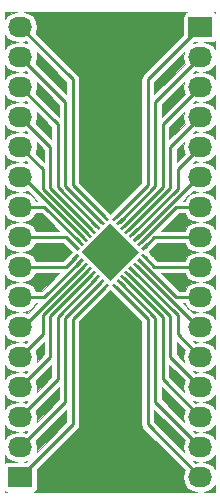
<source format=gbr>
G04 #@! TF.FileFunction,Copper,L2,Bot,Signal*
%FSLAX46Y46*%
G04 Gerber Fmt 4.6, Leading zero omitted, Abs format (unit mm)*
G04 Created by KiCad (PCBNEW 4.0.3-stable) date 08/24/16 12:32:38*
%MOMM*%
%LPD*%
G01*
G04 APERTURE LIST*
%ADD10C,0.100000*%
%ADD11R,2.032000X1.727200*%
%ADD12O,2.032000X1.727200*%
%ADD13C,0.250000*%
%ADD14C,0.026000*%
G04 APERTURE END LIST*
D10*
G36*
X144161282Y-106140369D02*
X143984505Y-105963592D01*
X144479480Y-105468617D01*
X144656257Y-105645394D01*
X144161282Y-106140369D01*
X144161282Y-106140369D01*
G37*
G36*
X143807728Y-105786816D02*
X143630951Y-105610039D01*
X144125926Y-105115064D01*
X144302703Y-105291841D01*
X143807728Y-105786816D01*
X143807728Y-105786816D01*
G37*
G36*
X143454175Y-105433262D02*
X143277398Y-105256485D01*
X143772373Y-104761510D01*
X143949150Y-104938287D01*
X143454175Y-105433262D01*
X143454175Y-105433262D01*
G37*
G36*
X143100621Y-105079709D02*
X142923844Y-104902932D01*
X143418819Y-104407957D01*
X143595596Y-104584734D01*
X143100621Y-105079709D01*
X143100621Y-105079709D01*
G37*
G36*
X142747068Y-104726156D02*
X142570291Y-104549379D01*
X143065266Y-104054404D01*
X143242043Y-104231181D01*
X142747068Y-104726156D01*
X142747068Y-104726156D01*
G37*
G36*
X142393515Y-104372602D02*
X142216738Y-104195825D01*
X142711713Y-103700850D01*
X142888490Y-103877627D01*
X142393515Y-104372602D01*
X142393515Y-104372602D01*
G37*
G36*
X142039961Y-104019049D02*
X141863184Y-103842272D01*
X142358159Y-103347297D01*
X142534936Y-103524074D01*
X142039961Y-104019049D01*
X142039961Y-104019049D01*
G37*
G36*
X141686408Y-103665495D02*
X141509631Y-103488718D01*
X142004606Y-102993743D01*
X142181383Y-103170520D01*
X141686408Y-103665495D01*
X141686408Y-103665495D01*
G37*
G36*
X141509631Y-102251282D02*
X141686408Y-102074505D01*
X142181383Y-102569480D01*
X142004606Y-102746257D01*
X141509631Y-102251282D01*
X141509631Y-102251282D01*
G37*
G36*
X141863184Y-101897728D02*
X142039961Y-101720951D01*
X142534936Y-102215926D01*
X142358159Y-102392703D01*
X141863184Y-101897728D01*
X141863184Y-101897728D01*
G37*
G36*
X142216738Y-101544175D02*
X142393515Y-101367398D01*
X142888490Y-101862373D01*
X142711713Y-102039150D01*
X142216738Y-101544175D01*
X142216738Y-101544175D01*
G37*
G36*
X142570291Y-101190621D02*
X142747068Y-101013844D01*
X143242043Y-101508819D01*
X143065266Y-101685596D01*
X142570291Y-101190621D01*
X142570291Y-101190621D01*
G37*
G36*
X142923844Y-100837068D02*
X143100621Y-100660291D01*
X143595596Y-101155266D01*
X143418819Y-101332043D01*
X142923844Y-100837068D01*
X142923844Y-100837068D01*
G37*
G36*
X143277398Y-100483515D02*
X143454175Y-100306738D01*
X143949150Y-100801713D01*
X143772373Y-100978490D01*
X143277398Y-100483515D01*
X143277398Y-100483515D01*
G37*
G36*
X143630951Y-100129961D02*
X143807728Y-99953184D01*
X144302703Y-100448159D01*
X144125926Y-100624936D01*
X143630951Y-100129961D01*
X143630951Y-100129961D01*
G37*
G36*
X143984505Y-99776408D02*
X144161282Y-99599631D01*
X144656257Y-100094606D01*
X144479480Y-100271383D01*
X143984505Y-99776408D01*
X143984505Y-99776408D01*
G37*
G36*
X145080520Y-100271383D02*
X144903743Y-100094606D01*
X145398718Y-99599631D01*
X145575495Y-99776408D01*
X145080520Y-100271383D01*
X145080520Y-100271383D01*
G37*
G36*
X145434074Y-100624936D02*
X145257297Y-100448159D01*
X145752272Y-99953184D01*
X145929049Y-100129961D01*
X145434074Y-100624936D01*
X145434074Y-100624936D01*
G37*
G36*
X145787627Y-100978490D02*
X145610850Y-100801713D01*
X146105825Y-100306738D01*
X146282602Y-100483515D01*
X145787627Y-100978490D01*
X145787627Y-100978490D01*
G37*
G36*
X146141181Y-101332043D02*
X145964404Y-101155266D01*
X146459379Y-100660291D01*
X146636156Y-100837068D01*
X146141181Y-101332043D01*
X146141181Y-101332043D01*
G37*
G36*
X146494734Y-101685596D02*
X146317957Y-101508819D01*
X146812932Y-101013844D01*
X146989709Y-101190621D01*
X146494734Y-101685596D01*
X146494734Y-101685596D01*
G37*
G36*
X146848287Y-102039150D02*
X146671510Y-101862373D01*
X147166485Y-101367398D01*
X147343262Y-101544175D01*
X146848287Y-102039150D01*
X146848287Y-102039150D01*
G37*
G36*
X147201841Y-102392703D02*
X147025064Y-102215926D01*
X147520039Y-101720951D01*
X147696816Y-101897728D01*
X147201841Y-102392703D01*
X147201841Y-102392703D01*
G37*
G36*
X147555394Y-102746257D02*
X147378617Y-102569480D01*
X147873592Y-102074505D01*
X148050369Y-102251282D01*
X147555394Y-102746257D01*
X147555394Y-102746257D01*
G37*
G36*
X147378617Y-103170520D02*
X147555394Y-102993743D01*
X148050369Y-103488718D01*
X147873592Y-103665495D01*
X147378617Y-103170520D01*
X147378617Y-103170520D01*
G37*
G36*
X147025064Y-103524074D02*
X147201841Y-103347297D01*
X147696816Y-103842272D01*
X147520039Y-104019049D01*
X147025064Y-103524074D01*
X147025064Y-103524074D01*
G37*
G36*
X146671510Y-103877627D02*
X146848287Y-103700850D01*
X147343262Y-104195825D01*
X147166485Y-104372602D01*
X146671510Y-103877627D01*
X146671510Y-103877627D01*
G37*
G36*
X146317957Y-104231181D02*
X146494734Y-104054404D01*
X146989709Y-104549379D01*
X146812932Y-104726156D01*
X146317957Y-104231181D01*
X146317957Y-104231181D01*
G37*
G36*
X145964404Y-104584734D02*
X146141181Y-104407957D01*
X146636156Y-104902932D01*
X146459379Y-105079709D01*
X145964404Y-104584734D01*
X145964404Y-104584734D01*
G37*
G36*
X145610850Y-104938287D02*
X145787627Y-104761510D01*
X146282602Y-105256485D01*
X146105825Y-105433262D01*
X145610850Y-104938287D01*
X145610850Y-104938287D01*
G37*
G36*
X145257297Y-105291841D02*
X145434074Y-105115064D01*
X145929049Y-105610039D01*
X145752272Y-105786816D01*
X145257297Y-105291841D01*
X145257297Y-105291841D01*
G37*
G36*
X144903743Y-105645394D02*
X145080520Y-105468617D01*
X145575495Y-105963592D01*
X145398718Y-106140369D01*
X144903743Y-105645394D01*
X144903743Y-105645394D01*
G37*
G36*
X144780000Y-102870000D02*
X143560241Y-101650241D01*
X144780000Y-100430482D01*
X145999759Y-101650241D01*
X144780000Y-102870000D01*
X144780000Y-102870000D01*
G37*
G36*
X145999759Y-104089759D02*
X144780000Y-102870000D01*
X145999759Y-101650241D01*
X147219518Y-102870000D01*
X145999759Y-104089759D01*
X145999759Y-104089759D01*
G37*
G36*
X143560241Y-104089759D02*
X142340482Y-102870000D01*
X143560241Y-101650241D01*
X144780000Y-102870000D01*
X143560241Y-104089759D01*
X143560241Y-104089759D01*
G37*
G36*
X144780000Y-105309518D02*
X143560241Y-104089759D01*
X144780000Y-102870000D01*
X145999759Y-104089759D01*
X144780000Y-105309518D01*
X144780000Y-105309518D01*
G37*
D11*
X152400000Y-83820000D03*
D12*
X152400000Y-86360000D03*
X152400000Y-88900000D03*
X152400000Y-91440000D03*
X152400000Y-93980000D03*
X152400000Y-96520000D03*
X152400000Y-99060000D03*
X152400000Y-101600000D03*
X152400000Y-104140000D03*
X152400000Y-106680000D03*
X152400000Y-109220000D03*
X152400000Y-111760000D03*
X152400000Y-114300000D03*
X152400000Y-116840000D03*
X152400000Y-119380000D03*
X152400000Y-121920000D03*
D11*
X137160000Y-121920000D03*
D12*
X137160000Y-119380000D03*
X137160000Y-116840000D03*
X137160000Y-114300000D03*
X137160000Y-111760000D03*
X137160000Y-109220000D03*
X137160000Y-106680000D03*
X137160000Y-104140000D03*
X137160000Y-101600000D03*
X137160000Y-99060000D03*
X137160000Y-96520000D03*
X137160000Y-93980000D03*
X137160000Y-91440000D03*
X137160000Y-88900000D03*
X137160000Y-86360000D03*
X137160000Y-83820000D03*
D13*
X144320381Y-105804493D02*
X141605000Y-108519874D01*
X141605000Y-117475000D02*
X137160000Y-121920000D01*
X141605000Y-108519874D02*
X141605000Y-117475000D01*
X143966827Y-105450940D02*
X140970000Y-108447767D01*
X140970000Y-115570000D02*
X137160000Y-119380000D01*
X140970000Y-108447767D02*
X140970000Y-115570000D01*
X143613274Y-105097386D02*
X140335000Y-108375660D01*
X140335000Y-113665000D02*
X137160000Y-116840000D01*
X140335000Y-108375660D02*
X140335000Y-113665000D01*
X143259720Y-104743833D02*
X139700000Y-108303553D01*
X139700000Y-111760000D02*
X137160000Y-114300000D01*
X139700000Y-108303553D02*
X139700000Y-111760000D01*
X142906167Y-104390280D02*
X139065000Y-108231447D01*
X139065000Y-109855000D02*
X137160000Y-111760000D01*
X139065000Y-108231447D02*
X139065000Y-109855000D01*
X142552614Y-104036726D02*
X137369340Y-109220000D01*
X137369340Y-109220000D02*
X137160000Y-109220000D01*
X142199060Y-103683173D02*
X139202233Y-106680000D01*
X139202233Y-106680000D02*
X137160000Y-106680000D01*
X137932233Y-106680000D02*
X137160000Y-106680000D01*
X141845507Y-103329619D02*
X141035126Y-104140000D01*
X141035126Y-104140000D02*
X137160000Y-104140000D01*
X141845507Y-102410381D02*
X141035126Y-101600000D01*
X141035126Y-101600000D02*
X137160000Y-101600000D01*
X142199060Y-102056827D02*
X139202233Y-99060000D01*
X139202233Y-99060000D02*
X137160000Y-99060000D01*
X137932233Y-99060000D02*
X137160000Y-99060000D01*
X142552614Y-101703274D02*
X137369340Y-96520000D01*
X137369340Y-96520000D02*
X137160000Y-96520000D01*
X142906167Y-101349720D02*
X139065000Y-97508553D01*
X139065000Y-95885000D02*
X137160000Y-93980000D01*
X139065000Y-97508553D02*
X139065000Y-95885000D01*
X143259720Y-100996167D02*
X139700000Y-97436447D01*
X139700000Y-93980000D02*
X137160000Y-91440000D01*
X139700000Y-97436447D02*
X139700000Y-93980000D01*
X143613274Y-100642614D02*
X140335000Y-97364340D01*
X140335000Y-92075000D02*
X137160000Y-88900000D01*
X140335000Y-97364340D02*
X140335000Y-92075000D01*
X143966827Y-100289060D02*
X140970000Y-97292233D01*
X140970000Y-90170000D02*
X137160000Y-86360000D01*
X140970000Y-97292233D02*
X140970000Y-90170000D01*
X137160000Y-83820000D02*
X141605000Y-88265000D01*
X141605000Y-97220126D02*
X144320381Y-99935507D01*
X141605000Y-88265000D02*
X141605000Y-97220126D01*
X145239619Y-99935507D02*
X147955000Y-97220126D01*
X147955000Y-88265000D02*
X152400000Y-83820000D01*
X147955000Y-97220126D02*
X147955000Y-88265000D01*
X145593173Y-100289060D02*
X148590000Y-97292233D01*
X148590000Y-90170000D02*
X152400000Y-86360000D01*
X148590000Y-97292233D02*
X148590000Y-90170000D01*
X145946726Y-100642614D02*
X149225000Y-97364340D01*
X149225000Y-92075000D02*
X152400000Y-88900000D01*
X149225000Y-97364340D02*
X149225000Y-92075000D01*
X146300280Y-100996167D02*
X149860000Y-97436447D01*
X149860000Y-93980000D02*
X152400000Y-91440000D01*
X149860000Y-97436447D02*
X149860000Y-93980000D01*
X146653833Y-101349720D02*
X150495000Y-97508553D01*
X150495000Y-95885000D02*
X152400000Y-93980000D01*
X150495000Y-97508553D02*
X150495000Y-95885000D01*
X147007386Y-101703274D02*
X152190660Y-96520000D01*
X152190660Y-96520000D02*
X152400000Y-96520000D01*
X147360940Y-102056827D02*
X150357767Y-99060000D01*
X150357767Y-99060000D02*
X152400000Y-99060000D01*
X147714493Y-102410381D02*
X148524874Y-101600000D01*
X148524874Y-101600000D02*
X152400000Y-101600000D01*
X147714493Y-103329619D02*
X148524874Y-104140000D01*
X148524874Y-104140000D02*
X152400000Y-104140000D01*
X147360940Y-103683173D02*
X150357767Y-106680000D01*
X150357767Y-106680000D02*
X152400000Y-106680000D01*
X147007386Y-104036726D02*
X152190660Y-109220000D01*
X152190660Y-109220000D02*
X152400000Y-109220000D01*
X146653833Y-104390280D02*
X150495000Y-108231447D01*
X150495000Y-109855000D02*
X152400000Y-111760000D01*
X150495000Y-108231447D02*
X150495000Y-109855000D01*
X146300280Y-104743833D02*
X149860000Y-108303553D01*
X149860000Y-111760000D02*
X152400000Y-114300000D01*
X149860000Y-108303553D02*
X149860000Y-111760000D01*
X145946726Y-105097386D02*
X149225000Y-108375660D01*
X149225000Y-113665000D02*
X152400000Y-116840000D01*
X149225000Y-108375660D02*
X149225000Y-113665000D01*
X145593173Y-105450940D02*
X148590000Y-108447767D01*
X148590000Y-115570000D02*
X152400000Y-119380000D01*
X148590000Y-108447767D02*
X148590000Y-115570000D01*
X145239619Y-105804493D02*
X147955000Y-108519874D01*
X147955000Y-117475000D02*
X152400000Y-121920000D01*
X147955000Y-108519874D02*
X147955000Y-117475000D01*
D14*
G36*
X145100962Y-106438125D02*
X145137091Y-106462811D01*
X147417000Y-108742721D01*
X147417000Y-117475000D01*
X147457953Y-117680884D01*
X147499253Y-117742693D01*
X147574577Y-117855423D01*
X151084415Y-121365262D01*
X151040179Y-121431466D01*
X150943004Y-121920000D01*
X151040179Y-122408534D01*
X151316911Y-122822693D01*
X151731070Y-123099425D01*
X152121068Y-123177000D01*
X138323166Y-123177000D01*
X138329049Y-123175893D01*
X138469614Y-123085441D01*
X138563915Y-122947428D01*
X138597091Y-122783600D01*
X138597091Y-121243755D01*
X141985423Y-117855424D01*
X142102047Y-117680884D01*
X142102047Y-117680883D01*
X142143000Y-117475000D01*
X142143000Y-108742720D01*
X144425066Y-106460655D01*
X144459038Y-106438125D01*
X144780000Y-106117163D01*
X145100962Y-106438125D01*
X145100962Y-106438125D01*
G37*
X145100962Y-106438125D02*
X145137091Y-106462811D01*
X147417000Y-108742721D01*
X147417000Y-117475000D01*
X147457953Y-117680884D01*
X147499253Y-117742693D01*
X147574577Y-117855423D01*
X151084415Y-121365262D01*
X151040179Y-121431466D01*
X150943004Y-121920000D01*
X151040179Y-122408534D01*
X151316911Y-122822693D01*
X151731070Y-123099425D01*
X152121068Y-123177000D01*
X138323166Y-123177000D01*
X138329049Y-123175893D01*
X138469614Y-123085441D01*
X138563915Y-122947428D01*
X138597091Y-122783600D01*
X138597091Y-121243755D01*
X141985423Y-117855424D01*
X142102047Y-117680884D01*
X142102047Y-117680883D01*
X142143000Y-117475000D01*
X142143000Y-108742720D01*
X144425066Y-106460655D01*
X144459038Y-106438125D01*
X144780000Y-106117163D01*
X145100962Y-106438125D01*
G36*
X135980172Y-123171515D02*
X136007258Y-123177000D01*
X135903000Y-123177000D01*
X135903000Y-123118785D01*
X135980172Y-123171515D01*
X135980172Y-123171515D01*
G37*
X135980172Y-123171515D02*
X136007258Y-123177000D01*
X135903000Y-123177000D01*
X135903000Y-123118785D01*
X135980172Y-123171515D01*
G36*
X153657000Y-123177000D02*
X152678932Y-123177000D01*
X153068930Y-123099425D01*
X153483089Y-122822693D01*
X153657000Y-122562417D01*
X153657000Y-123177000D01*
X153657000Y-123177000D01*
G37*
X153657000Y-123177000D02*
X152678932Y-123177000D01*
X153068930Y-123099425D01*
X153483089Y-122822693D01*
X153657000Y-122562417D01*
X153657000Y-123177000D01*
G36*
X153657000Y-121277583D02*
X153483089Y-121017307D01*
X153068930Y-120740575D01*
X152613577Y-120650000D01*
X153068930Y-120559425D01*
X153483089Y-120282693D01*
X153657000Y-120022417D01*
X153657000Y-121277583D01*
X153657000Y-121277583D01*
G37*
X153657000Y-121277583D02*
X153483089Y-121017307D01*
X153068930Y-120740575D01*
X152613577Y-120650000D01*
X153068930Y-120559425D01*
X153483089Y-120282693D01*
X153657000Y-120022417D01*
X153657000Y-121277583D01*
G36*
X136076911Y-120282693D02*
X136491070Y-120559425D01*
X136872566Y-120635309D01*
X136144000Y-120635309D01*
X135990951Y-120664107D01*
X135903000Y-120720702D01*
X135903000Y-120022417D01*
X136076911Y-120282693D01*
X136076911Y-120282693D01*
G37*
X136076911Y-120282693D02*
X136491070Y-120559425D01*
X136872566Y-120635309D01*
X136144000Y-120635309D01*
X135990951Y-120664107D01*
X135903000Y-120720702D01*
X135903000Y-120022417D01*
X136076911Y-120282693D01*
G36*
X152186423Y-120650000D02*
X151939886Y-120699039D01*
X151817455Y-120576608D01*
X152186423Y-120650000D01*
X152186423Y-120650000D01*
G37*
X152186423Y-120650000D02*
X151939886Y-120699039D01*
X151817455Y-120576608D01*
X152186423Y-120650000D01*
G36*
X137683845Y-120635309D02*
X137447434Y-120635309D01*
X137742546Y-120576608D01*
X137683845Y-120635309D01*
X137683845Y-120635309D01*
G37*
X137683845Y-120635309D02*
X137447434Y-120635309D01*
X137742546Y-120576608D01*
X137683845Y-120635309D01*
G36*
X141067000Y-117252153D02*
X138537004Y-119782150D01*
X138616996Y-119380000D01*
X138519821Y-118891466D01*
X138475585Y-118825262D01*
X141067000Y-116233847D01*
X141067000Y-117252153D01*
X141067000Y-117252153D01*
G37*
X141067000Y-117252153D02*
X138537004Y-119782150D01*
X138616996Y-119380000D01*
X138519821Y-118891466D01*
X138475585Y-118825262D01*
X141067000Y-116233847D01*
X141067000Y-117252153D01*
G36*
X151084415Y-118825262D02*
X151040179Y-118891466D01*
X150943004Y-119380000D01*
X151022996Y-119782150D01*
X148493000Y-117252154D01*
X148493000Y-116233846D01*
X151084415Y-118825262D01*
X151084415Y-118825262D01*
G37*
X151084415Y-118825262D02*
X151040179Y-118891466D01*
X150943004Y-119380000D01*
X151022996Y-119782150D01*
X148493000Y-117252154D01*
X148493000Y-116233846D01*
X151084415Y-118825262D01*
G36*
X136076911Y-117742693D02*
X136491070Y-118019425D01*
X136946423Y-118110000D01*
X136491070Y-118200575D01*
X136076911Y-118477307D01*
X135903000Y-118737583D01*
X135903000Y-117482417D01*
X136076911Y-117742693D01*
X136076911Y-117742693D01*
G37*
X136076911Y-117742693D02*
X136491070Y-118019425D01*
X136946423Y-118110000D01*
X136491070Y-118200575D01*
X136076911Y-118477307D01*
X135903000Y-118737583D01*
X135903000Y-117482417D01*
X136076911Y-117742693D01*
G36*
X153657000Y-118737583D02*
X153483089Y-118477307D01*
X153068930Y-118200575D01*
X152613577Y-118110000D01*
X153068930Y-118019425D01*
X153483089Y-117742693D01*
X153657000Y-117482417D01*
X153657000Y-118737583D01*
X153657000Y-118737583D01*
G37*
X153657000Y-118737583D02*
X153483089Y-118477307D01*
X153068930Y-118200575D01*
X152613577Y-118110000D01*
X153068930Y-118019425D01*
X153483089Y-117742693D01*
X153657000Y-117482417D01*
X153657000Y-118737583D01*
G36*
X137620115Y-118159039D02*
X137373577Y-118110000D01*
X137742546Y-118036608D01*
X137620115Y-118159039D01*
X137620115Y-118159039D01*
G37*
X137620115Y-118159039D02*
X137373577Y-118110000D01*
X137742546Y-118036608D01*
X137620115Y-118159039D01*
G36*
X152186423Y-118110000D02*
X151939886Y-118159039D01*
X151817455Y-118036608D01*
X152186423Y-118110000D01*
X152186423Y-118110000D01*
G37*
X152186423Y-118110000D02*
X151939886Y-118159039D01*
X151817455Y-118036608D01*
X152186423Y-118110000D01*
G36*
X140432000Y-115347153D02*
X138537004Y-117242150D01*
X138616996Y-116840000D01*
X138519821Y-116351466D01*
X138475585Y-116285261D01*
X140432000Y-114328846D01*
X140432000Y-115347153D01*
X140432000Y-115347153D01*
G37*
X140432000Y-115347153D02*
X138537004Y-117242150D01*
X138616996Y-116840000D01*
X138519821Y-116351466D01*
X138475585Y-116285261D01*
X140432000Y-114328846D01*
X140432000Y-115347153D01*
G36*
X151084415Y-116285261D02*
X151040179Y-116351466D01*
X150943004Y-116840000D01*
X151022996Y-117242150D01*
X149128000Y-115347154D01*
X149128000Y-114328846D01*
X151084415Y-116285261D01*
X151084415Y-116285261D01*
G37*
X151084415Y-116285261D02*
X151040179Y-116351466D01*
X150943004Y-116840000D01*
X151022996Y-117242150D01*
X149128000Y-115347154D01*
X149128000Y-114328846D01*
X151084415Y-116285261D01*
G36*
X136076911Y-115202693D02*
X136491070Y-115479425D01*
X136946423Y-115570000D01*
X136491070Y-115660575D01*
X136076911Y-115937307D01*
X135903000Y-116197583D01*
X135903000Y-114942417D01*
X136076911Y-115202693D01*
X136076911Y-115202693D01*
G37*
X136076911Y-115202693D02*
X136491070Y-115479425D01*
X136946423Y-115570000D01*
X136491070Y-115660575D01*
X136076911Y-115937307D01*
X135903000Y-116197583D01*
X135903000Y-114942417D01*
X136076911Y-115202693D01*
G36*
X153657000Y-116197583D02*
X153483089Y-115937307D01*
X153068930Y-115660575D01*
X152613577Y-115570000D01*
X153068930Y-115479425D01*
X153483089Y-115202693D01*
X153657000Y-114942417D01*
X153657000Y-116197583D01*
X153657000Y-116197583D01*
G37*
X153657000Y-116197583D02*
X153483089Y-115937307D01*
X153068930Y-115660575D01*
X152613577Y-115570000D01*
X153068930Y-115479425D01*
X153483089Y-115202693D01*
X153657000Y-114942417D01*
X153657000Y-116197583D01*
G36*
X137620115Y-115619039D02*
X137373577Y-115570000D01*
X137742546Y-115496608D01*
X137620115Y-115619039D01*
X137620115Y-115619039D01*
G37*
X137620115Y-115619039D02*
X137373577Y-115570000D01*
X137742546Y-115496608D01*
X137620115Y-115619039D01*
G36*
X152186423Y-115570000D02*
X151939885Y-115619039D01*
X151817454Y-115496608D01*
X152186423Y-115570000D01*
X152186423Y-115570000D01*
G37*
X152186423Y-115570000D02*
X151939885Y-115619039D01*
X151817454Y-115496608D01*
X152186423Y-115570000D01*
G36*
X139797000Y-113442154D02*
X138537004Y-114702150D01*
X138616996Y-114300000D01*
X138519821Y-113811466D01*
X138475585Y-113745262D01*
X139797000Y-112423847D01*
X139797000Y-113442154D01*
X139797000Y-113442154D01*
G37*
X139797000Y-113442154D02*
X138537004Y-114702150D01*
X138616996Y-114300000D01*
X138519821Y-113811466D01*
X138475585Y-113745262D01*
X139797000Y-112423847D01*
X139797000Y-113442154D01*
G36*
X151084415Y-113745262D02*
X151040179Y-113811466D01*
X150943004Y-114300000D01*
X151022996Y-114702150D01*
X149763000Y-113442154D01*
X149763000Y-112423846D01*
X151084415Y-113745262D01*
X151084415Y-113745262D01*
G37*
X151084415Y-113745262D02*
X151040179Y-113811466D01*
X150943004Y-114300000D01*
X151022996Y-114702150D01*
X149763000Y-113442154D01*
X149763000Y-112423846D01*
X151084415Y-113745262D01*
G36*
X153657000Y-113657583D02*
X153483089Y-113397307D01*
X153068930Y-113120575D01*
X152613577Y-113030000D01*
X153068930Y-112939425D01*
X153483089Y-112662693D01*
X153657000Y-112402417D01*
X153657000Y-113657583D01*
X153657000Y-113657583D01*
G37*
X153657000Y-113657583D02*
X153483089Y-113397307D01*
X153068930Y-113120575D01*
X152613577Y-113030000D01*
X153068930Y-112939425D01*
X153483089Y-112662693D01*
X153657000Y-112402417D01*
X153657000Y-113657583D01*
G36*
X136076911Y-112662693D02*
X136491070Y-112939425D01*
X136946423Y-113030000D01*
X136491070Y-113120575D01*
X136076911Y-113397307D01*
X135903000Y-113657583D01*
X135903000Y-112402417D01*
X136076911Y-112662693D01*
X136076911Y-112662693D01*
G37*
X136076911Y-112662693D02*
X136491070Y-112939425D01*
X136946423Y-113030000D01*
X136491070Y-113120575D01*
X136076911Y-113397307D01*
X135903000Y-113657583D01*
X135903000Y-112402417D01*
X136076911Y-112662693D01*
G36*
X137620114Y-113079039D02*
X137373577Y-113030000D01*
X137742546Y-112956608D01*
X137620114Y-113079039D01*
X137620114Y-113079039D01*
G37*
X137620114Y-113079039D02*
X137373577Y-113030000D01*
X137742546Y-112956608D01*
X137620114Y-113079039D01*
G36*
X152186423Y-113030000D02*
X151939886Y-113079039D01*
X151817454Y-112956608D01*
X152186423Y-113030000D01*
X152186423Y-113030000D01*
G37*
X152186423Y-113030000D02*
X151939886Y-113079039D01*
X151817454Y-112956608D01*
X152186423Y-113030000D01*
G36*
X151084415Y-111205262D02*
X151040179Y-111271466D01*
X150943004Y-111760000D01*
X151022996Y-112162150D01*
X150398000Y-111537154D01*
X150398000Y-110518846D01*
X151084415Y-111205262D01*
X151084415Y-111205262D01*
G37*
X151084415Y-111205262D02*
X151040179Y-111271466D01*
X150943004Y-111760000D01*
X151022996Y-112162150D01*
X150398000Y-111537154D01*
X150398000Y-110518846D01*
X151084415Y-111205262D01*
G36*
X139162000Y-111537153D02*
X138537004Y-112162149D01*
X138616996Y-111760000D01*
X138519821Y-111271466D01*
X138475585Y-111205262D01*
X139162000Y-110518847D01*
X139162000Y-111537153D01*
X139162000Y-111537153D01*
G37*
X139162000Y-111537153D02*
X138537004Y-112162149D01*
X138616996Y-111760000D01*
X138519821Y-111271466D01*
X138475585Y-111205262D01*
X139162000Y-110518847D01*
X139162000Y-111537153D01*
G36*
X136076911Y-110122693D02*
X136491070Y-110399425D01*
X136946423Y-110490000D01*
X136491070Y-110580575D01*
X136076911Y-110857307D01*
X135903000Y-111117583D01*
X135903000Y-109862417D01*
X136076911Y-110122693D01*
X136076911Y-110122693D01*
G37*
X136076911Y-110122693D02*
X136491070Y-110399425D01*
X136946423Y-110490000D01*
X136491070Y-110580575D01*
X136076911Y-110857307D01*
X135903000Y-111117583D01*
X135903000Y-109862417D01*
X136076911Y-110122693D01*
G36*
X153657000Y-111117583D02*
X153483089Y-110857307D01*
X153068930Y-110580575D01*
X152613577Y-110490000D01*
X153068930Y-110399425D01*
X153483089Y-110122693D01*
X153657000Y-109862417D01*
X153657000Y-111117583D01*
X153657000Y-111117583D01*
G37*
X153657000Y-111117583D02*
X153483089Y-110857307D01*
X153068930Y-110580575D01*
X152613577Y-110490000D01*
X153068930Y-110399425D01*
X153483089Y-110122693D01*
X153657000Y-109862417D01*
X153657000Y-111117583D01*
G36*
X137620114Y-110539039D02*
X137373577Y-110490000D01*
X137742546Y-110416608D01*
X137620114Y-110539039D01*
X137620114Y-110539039D01*
G37*
X137620114Y-110539039D02*
X137373577Y-110490000D01*
X137742546Y-110416608D01*
X137620114Y-110539039D01*
G36*
X152186423Y-110490000D02*
X151939886Y-110539039D01*
X151817454Y-110416608D01*
X152186423Y-110490000D01*
X152186423Y-110490000D01*
G37*
X152186423Y-110490000D02*
X151939886Y-110539039D01*
X151817454Y-110416608D01*
X152186423Y-110490000D01*
G36*
X153657000Y-108577583D02*
X153483089Y-108317307D01*
X153068930Y-108040575D01*
X152613577Y-107950000D01*
X153068930Y-107859425D01*
X153483089Y-107582693D01*
X153657000Y-107322417D01*
X153657000Y-108577583D01*
X153657000Y-108577583D01*
G37*
X153657000Y-108577583D02*
X153483089Y-108317307D01*
X153068930Y-108040575D01*
X152613577Y-107950000D01*
X153068930Y-107859425D01*
X153483089Y-107582693D01*
X153657000Y-107322417D01*
X153657000Y-108577583D01*
G36*
X136076911Y-107582693D02*
X136491070Y-107859425D01*
X136946423Y-107950000D01*
X136491070Y-108040575D01*
X136076911Y-108317307D01*
X135903000Y-108577583D01*
X135903000Y-107322417D01*
X136076911Y-107582693D01*
X136076911Y-107582693D01*
G37*
X136076911Y-107582693D02*
X136491070Y-107859425D01*
X136946423Y-107950000D01*
X136491070Y-108040575D01*
X136076911Y-108317307D01*
X135903000Y-108577583D01*
X135903000Y-107322417D01*
X136076911Y-107582693D01*
G36*
X137794723Y-108033771D02*
X137373577Y-107950000D01*
X137828930Y-107859425D01*
X138243089Y-107582693D01*
X138486769Y-107218000D01*
X138610494Y-107218000D01*
X137794723Y-108033771D01*
X137794723Y-108033771D01*
G37*
X137794723Y-108033771D02*
X137373577Y-107950000D01*
X137828930Y-107859425D01*
X138243089Y-107582693D01*
X138486769Y-107218000D01*
X138610494Y-107218000D01*
X137794723Y-108033771D01*
G36*
X151316911Y-107582693D02*
X151731070Y-107859425D01*
X152186423Y-107950000D01*
X151765278Y-108033771D01*
X150949507Y-107218000D01*
X151073231Y-107218000D01*
X151316911Y-107582693D01*
X151316911Y-107582693D01*
G37*
X151316911Y-107582693D02*
X151731070Y-107859425D01*
X152186423Y-107950000D01*
X151765278Y-108033771D01*
X150949507Y-107218000D01*
X151073231Y-107218000D01*
X151316911Y-107582693D01*
G36*
X151316911Y-105042693D02*
X151731070Y-105319425D01*
X152186423Y-105410000D01*
X151731070Y-105500575D01*
X151316911Y-105777307D01*
X151073231Y-106142000D01*
X150580614Y-106142000D01*
X149116613Y-104678000D01*
X151073231Y-104678000D01*
X151316911Y-105042693D01*
X151316911Y-105042693D01*
G37*
X151316911Y-105042693D02*
X151731070Y-105319425D01*
X152186423Y-105410000D01*
X151731070Y-105500575D01*
X151316911Y-105777307D01*
X151073231Y-106142000D01*
X150580614Y-106142000D01*
X149116613Y-104678000D01*
X151073231Y-104678000D01*
X151316911Y-105042693D01*
G36*
X138979387Y-106142000D02*
X138486769Y-106142000D01*
X138243089Y-105777307D01*
X137828930Y-105500575D01*
X137373577Y-105410000D01*
X137828930Y-105319425D01*
X138243089Y-105042693D01*
X138486769Y-104678000D01*
X140443386Y-104678000D01*
X138979387Y-106142000D01*
X138979387Y-106142000D01*
G37*
X138979387Y-106142000D02*
X138486769Y-106142000D01*
X138243089Y-105777307D01*
X137828930Y-105500575D01*
X137373577Y-105410000D01*
X137828930Y-105319425D01*
X138243089Y-105042693D01*
X138486769Y-104678000D01*
X140443386Y-104678000D01*
X138979387Y-106142000D01*
G36*
X136076911Y-105042693D02*
X136491070Y-105319425D01*
X136946423Y-105410000D01*
X136491070Y-105500575D01*
X136076911Y-105777307D01*
X135903000Y-106037583D01*
X135903000Y-104782417D01*
X136076911Y-105042693D01*
X136076911Y-105042693D01*
G37*
X136076911Y-105042693D02*
X136491070Y-105319425D01*
X136946423Y-105410000D01*
X136491070Y-105500575D01*
X136076911Y-105777307D01*
X135903000Y-106037583D01*
X135903000Y-104782417D01*
X136076911Y-105042693D01*
G36*
X153657000Y-106037583D02*
X153483089Y-105777307D01*
X153068930Y-105500575D01*
X152613577Y-105410000D01*
X153068930Y-105319425D01*
X153483089Y-105042693D01*
X153657000Y-104782417D01*
X153657000Y-106037583D01*
X153657000Y-106037583D01*
G37*
X153657000Y-106037583D02*
X153483089Y-105777307D01*
X153068930Y-105500575D01*
X152613577Y-105410000D01*
X153068930Y-105319425D01*
X153483089Y-105042693D01*
X153657000Y-104782417D01*
X153657000Y-106037583D01*
G36*
X151316911Y-102502693D02*
X151731070Y-102779425D01*
X152186423Y-102870000D01*
X151731070Y-102960575D01*
X151316911Y-103237307D01*
X151073231Y-103602000D01*
X148747721Y-103602000D01*
X148370656Y-103224936D01*
X148348125Y-103190962D01*
X148027163Y-102870000D01*
X148348125Y-102549038D01*
X148372810Y-102512910D01*
X148747721Y-102138000D01*
X151073231Y-102138000D01*
X151316911Y-102502693D01*
X151316911Y-102502693D01*
G37*
X151316911Y-102502693D02*
X151731070Y-102779425D01*
X152186423Y-102870000D01*
X151731070Y-102960575D01*
X151316911Y-103237307D01*
X151073231Y-103602000D01*
X148747721Y-103602000D01*
X148370656Y-103224936D01*
X148348125Y-103190962D01*
X148027163Y-102870000D01*
X148348125Y-102549038D01*
X148372810Y-102512910D01*
X148747721Y-102138000D01*
X151073231Y-102138000D01*
X151316911Y-102502693D01*
G36*
X141189344Y-102515065D02*
X141211875Y-102549038D01*
X141532837Y-102870000D01*
X141211875Y-103190962D01*
X141187190Y-103227089D01*
X140812280Y-103602000D01*
X138486769Y-103602000D01*
X138243089Y-103237307D01*
X137828930Y-102960575D01*
X137373577Y-102870000D01*
X137828930Y-102779425D01*
X138243089Y-102502693D01*
X138486769Y-102138000D01*
X140812280Y-102138000D01*
X141189344Y-102515065D01*
X141189344Y-102515065D01*
G37*
X141189344Y-102515065D02*
X141211875Y-102549038D01*
X141532837Y-102870000D01*
X141211875Y-103190962D01*
X141187190Y-103227089D01*
X140812280Y-103602000D01*
X138486769Y-103602000D01*
X138243089Y-103237307D01*
X137828930Y-102960575D01*
X137373577Y-102870000D01*
X137828930Y-102779425D01*
X138243089Y-102502693D01*
X138486769Y-102138000D01*
X140812280Y-102138000D01*
X141189344Y-102515065D01*
G36*
X136076911Y-102502693D02*
X136491070Y-102779425D01*
X136946423Y-102870000D01*
X136491070Y-102960575D01*
X136076911Y-103237307D01*
X135903000Y-103497583D01*
X135903000Y-102242417D01*
X136076911Y-102502693D01*
X136076911Y-102502693D01*
G37*
X136076911Y-102502693D02*
X136491070Y-102779425D01*
X136946423Y-102870000D01*
X136491070Y-102960575D01*
X136076911Y-103237307D01*
X135903000Y-103497583D01*
X135903000Y-102242417D01*
X136076911Y-102502693D01*
G36*
X153657000Y-103497583D02*
X153483089Y-103237307D01*
X153068930Y-102960575D01*
X152613577Y-102870000D01*
X153068930Y-102779425D01*
X153483089Y-102502693D01*
X153657000Y-102242417D01*
X153657000Y-103497583D01*
X153657000Y-103497583D01*
G37*
X153657000Y-103497583D02*
X153483089Y-103237307D01*
X153068930Y-102960575D01*
X152613577Y-102870000D01*
X153068930Y-102779425D01*
X153483089Y-102502693D01*
X153657000Y-102242417D01*
X153657000Y-103497583D01*
G36*
X151316911Y-99962693D02*
X151731070Y-100239425D01*
X152186423Y-100330000D01*
X151731070Y-100420575D01*
X151316911Y-100697307D01*
X151073231Y-101062000D01*
X149116613Y-101062000D01*
X150580614Y-99598000D01*
X151073231Y-99598000D01*
X151316911Y-99962693D01*
X151316911Y-99962693D01*
G37*
X151316911Y-99962693D02*
X151731070Y-100239425D01*
X152186423Y-100330000D01*
X151731070Y-100420575D01*
X151316911Y-100697307D01*
X151073231Y-101062000D01*
X149116613Y-101062000D01*
X150580614Y-99598000D01*
X151073231Y-99598000D01*
X151316911Y-99962693D01*
G36*
X140443386Y-101062000D02*
X138486769Y-101062000D01*
X138243089Y-100697307D01*
X137828930Y-100420575D01*
X137373577Y-100330000D01*
X137828930Y-100239425D01*
X138243089Y-99962693D01*
X138486769Y-99598000D01*
X138979387Y-99598000D01*
X140443386Y-101062000D01*
X140443386Y-101062000D01*
G37*
X140443386Y-101062000D02*
X138486769Y-101062000D01*
X138243089Y-100697307D01*
X137828930Y-100420575D01*
X137373577Y-100330000D01*
X137828930Y-100239425D01*
X138243089Y-99962693D01*
X138486769Y-99598000D01*
X138979387Y-99598000D01*
X140443386Y-101062000D01*
G36*
X136076911Y-99962693D02*
X136491070Y-100239425D01*
X136946423Y-100330000D01*
X136491070Y-100420575D01*
X136076911Y-100697307D01*
X135903000Y-100957583D01*
X135903000Y-99702417D01*
X136076911Y-99962693D01*
X136076911Y-99962693D01*
G37*
X136076911Y-99962693D02*
X136491070Y-100239425D01*
X136946423Y-100330000D01*
X136491070Y-100420575D01*
X136076911Y-100697307D01*
X135903000Y-100957583D01*
X135903000Y-99702417D01*
X136076911Y-99962693D01*
G36*
X153657000Y-100957583D02*
X153483089Y-100697307D01*
X153068930Y-100420575D01*
X152613577Y-100330000D01*
X153068930Y-100239425D01*
X153483089Y-99962693D01*
X153657000Y-99702417D01*
X153657000Y-100957583D01*
X153657000Y-100957583D01*
G37*
X153657000Y-100957583D02*
X153483089Y-100697307D01*
X153068930Y-100420575D01*
X152613577Y-100330000D01*
X153068930Y-100239425D01*
X153483089Y-99962693D01*
X153657000Y-99702417D01*
X153657000Y-100957583D01*
G36*
X151230951Y-82564107D02*
X151090386Y-82654559D01*
X150996085Y-82792572D01*
X150962909Y-82956400D01*
X150962909Y-84496244D01*
X147574578Y-87884576D01*
X147574577Y-87884577D01*
X147457953Y-88059116D01*
X147417000Y-88265000D01*
X147417000Y-96997279D01*
X145134937Y-99279343D01*
X145100962Y-99301875D01*
X144780000Y-99622837D01*
X144459038Y-99301875D01*
X144422912Y-99277191D01*
X142143000Y-96997280D01*
X142143000Y-88265000D01*
X142102047Y-88059116D01*
X141985423Y-87884576D01*
X138475585Y-84374738D01*
X138519821Y-84308534D01*
X138616996Y-83820000D01*
X138519821Y-83331466D01*
X138243089Y-82917307D01*
X137828930Y-82640575D01*
X137438932Y-82563000D01*
X151236834Y-82563000D01*
X151230951Y-82564107D01*
X151230951Y-82564107D01*
G37*
X151230951Y-82564107D02*
X151090386Y-82654559D01*
X150996085Y-82792572D01*
X150962909Y-82956400D01*
X150962909Y-84496244D01*
X147574578Y-87884576D01*
X147574577Y-87884577D01*
X147457953Y-88059116D01*
X147417000Y-88265000D01*
X147417000Y-96997279D01*
X145134937Y-99279343D01*
X145100962Y-99301875D01*
X144780000Y-99622837D01*
X144459038Y-99301875D01*
X144422912Y-99277191D01*
X142143000Y-96997280D01*
X142143000Y-88265000D01*
X142102047Y-88059116D01*
X141985423Y-87884576D01*
X138475585Y-84374738D01*
X138519821Y-84308534D01*
X138616996Y-83820000D01*
X138519821Y-83331466D01*
X138243089Y-82917307D01*
X137828930Y-82640575D01*
X137438932Y-82563000D01*
X151236834Y-82563000D01*
X151230951Y-82564107D01*
G36*
X152186423Y-97790000D02*
X151731070Y-97880575D01*
X151316911Y-98157307D01*
X151073231Y-98522000D01*
X150949507Y-98522000D01*
X151765278Y-97706229D01*
X152186423Y-97790000D01*
X152186423Y-97790000D01*
G37*
X152186423Y-97790000D02*
X151731070Y-97880575D01*
X151316911Y-98157307D01*
X151073231Y-98522000D01*
X150949507Y-98522000D01*
X151765278Y-97706229D01*
X152186423Y-97790000D01*
G36*
X138610494Y-98522000D02*
X138486769Y-98522000D01*
X138243089Y-98157307D01*
X137828930Y-97880575D01*
X137373577Y-97790000D01*
X137794723Y-97706229D01*
X138610494Y-98522000D01*
X138610494Y-98522000D01*
G37*
X138610494Y-98522000D02*
X138486769Y-98522000D01*
X138243089Y-98157307D01*
X137828930Y-97880575D01*
X137373577Y-97790000D01*
X137794723Y-97706229D01*
X138610494Y-98522000D01*
G36*
X136076911Y-97422693D02*
X136491070Y-97699425D01*
X136946423Y-97790000D01*
X136491070Y-97880575D01*
X136076911Y-98157307D01*
X135903000Y-98417583D01*
X135903000Y-97162417D01*
X136076911Y-97422693D01*
X136076911Y-97422693D01*
G37*
X136076911Y-97422693D02*
X136491070Y-97699425D01*
X136946423Y-97790000D01*
X136491070Y-97880575D01*
X136076911Y-98157307D01*
X135903000Y-98417583D01*
X135903000Y-97162417D01*
X136076911Y-97422693D01*
G36*
X153657000Y-98417583D02*
X153483089Y-98157307D01*
X153068930Y-97880575D01*
X152613577Y-97790000D01*
X153068930Y-97699425D01*
X153483089Y-97422693D01*
X153657000Y-97162417D01*
X153657000Y-98417583D01*
X153657000Y-98417583D01*
G37*
X153657000Y-98417583D02*
X153483089Y-98157307D01*
X153068930Y-97880575D01*
X152613577Y-97790000D01*
X153068930Y-97699425D01*
X153483089Y-97422693D01*
X153657000Y-97162417D01*
X153657000Y-98417583D01*
G36*
X153657000Y-95877583D02*
X153483089Y-95617307D01*
X153068930Y-95340575D01*
X152613577Y-95250000D01*
X153068930Y-95159425D01*
X153483089Y-94882693D01*
X153657000Y-94622417D01*
X153657000Y-95877583D01*
X153657000Y-95877583D01*
G37*
X153657000Y-95877583D02*
X153483089Y-95617307D01*
X153068930Y-95340575D01*
X152613577Y-95250000D01*
X153068930Y-95159425D01*
X153483089Y-94882693D01*
X153657000Y-94622417D01*
X153657000Y-95877583D01*
G36*
X136076911Y-94882693D02*
X136491070Y-95159425D01*
X136946423Y-95250000D01*
X136491070Y-95340575D01*
X136076911Y-95617307D01*
X135903000Y-95877583D01*
X135903000Y-94622417D01*
X136076911Y-94882693D01*
X136076911Y-94882693D01*
G37*
X136076911Y-94882693D02*
X136491070Y-95159425D01*
X136946423Y-95250000D01*
X136491070Y-95340575D01*
X136076911Y-95617307D01*
X135903000Y-95877583D01*
X135903000Y-94622417D01*
X136076911Y-94882693D01*
G36*
X137742546Y-95323392D02*
X137373577Y-95250000D01*
X137620114Y-95200961D01*
X137742546Y-95323392D01*
X137742546Y-95323392D01*
G37*
X137742546Y-95323392D02*
X137373577Y-95250000D01*
X137620114Y-95200961D01*
X137742546Y-95323392D01*
G36*
X152186423Y-95250000D02*
X151817454Y-95323392D01*
X151939886Y-95200961D01*
X152186423Y-95250000D01*
X152186423Y-95250000D01*
G37*
X152186423Y-95250000D02*
X151817454Y-95323392D01*
X151939886Y-95200961D01*
X152186423Y-95250000D01*
G36*
X150943004Y-93980000D02*
X151040179Y-94468534D01*
X151084415Y-94534738D01*
X150398000Y-95221154D01*
X150398000Y-94202846D01*
X151022996Y-93577850D01*
X150943004Y-93980000D01*
X150943004Y-93980000D01*
G37*
X150943004Y-93980000D02*
X151040179Y-94468534D01*
X151084415Y-94534738D01*
X150398000Y-95221154D01*
X150398000Y-94202846D01*
X151022996Y-93577850D01*
X150943004Y-93980000D01*
G36*
X139162000Y-94202847D02*
X139162000Y-95221153D01*
X138475585Y-94534738D01*
X138519821Y-94468534D01*
X138616996Y-93980000D01*
X138537004Y-93577851D01*
X139162000Y-94202847D01*
X139162000Y-94202847D01*
G37*
X139162000Y-94202847D02*
X139162000Y-95221153D01*
X138475585Y-94534738D01*
X138519821Y-94468534D01*
X138616996Y-93980000D01*
X138537004Y-93577851D01*
X139162000Y-94202847D01*
G36*
X136076911Y-92342693D02*
X136491070Y-92619425D01*
X136946423Y-92710000D01*
X136491070Y-92800575D01*
X136076911Y-93077307D01*
X135903000Y-93337583D01*
X135903000Y-92082417D01*
X136076911Y-92342693D01*
X136076911Y-92342693D01*
G37*
X136076911Y-92342693D02*
X136491070Y-92619425D01*
X136946423Y-92710000D01*
X136491070Y-92800575D01*
X136076911Y-93077307D01*
X135903000Y-93337583D01*
X135903000Y-92082417D01*
X136076911Y-92342693D01*
G36*
X153657000Y-93337583D02*
X153483089Y-93077307D01*
X153068930Y-92800575D01*
X152613577Y-92710000D01*
X153068930Y-92619425D01*
X153483089Y-92342693D01*
X153657000Y-92082417D01*
X153657000Y-93337583D01*
X153657000Y-93337583D01*
G37*
X153657000Y-93337583D02*
X153483089Y-93077307D01*
X153068930Y-92800575D01*
X152613577Y-92710000D01*
X153068930Y-92619425D01*
X153483089Y-92342693D01*
X153657000Y-92082417D01*
X153657000Y-93337583D01*
G36*
X150943004Y-91440000D02*
X151040179Y-91928534D01*
X151084415Y-91994738D01*
X149763000Y-93316154D01*
X149763000Y-92297846D01*
X151022996Y-91037850D01*
X150943004Y-91440000D01*
X150943004Y-91440000D01*
G37*
X150943004Y-91440000D02*
X151040179Y-91928534D01*
X151084415Y-91994738D01*
X149763000Y-93316154D01*
X149763000Y-92297846D01*
X151022996Y-91037850D01*
X150943004Y-91440000D01*
G36*
X139797000Y-92297846D02*
X139797000Y-93316153D01*
X138475585Y-91994738D01*
X138519821Y-91928534D01*
X138616996Y-91440000D01*
X138537004Y-91037850D01*
X139797000Y-92297846D01*
X139797000Y-92297846D01*
G37*
X139797000Y-92297846D02*
X139797000Y-93316153D01*
X138475585Y-91994738D01*
X138519821Y-91928534D01*
X138616996Y-91440000D01*
X138537004Y-91037850D01*
X139797000Y-92297846D01*
G36*
X137742546Y-92783392D02*
X137373577Y-92710000D01*
X137620114Y-92660961D01*
X137742546Y-92783392D01*
X137742546Y-92783392D01*
G37*
X137742546Y-92783392D02*
X137373577Y-92710000D01*
X137620114Y-92660961D01*
X137742546Y-92783392D01*
G36*
X152186423Y-92710000D02*
X151817454Y-92783392D01*
X151939886Y-92660961D01*
X152186423Y-92710000D01*
X152186423Y-92710000D01*
G37*
X152186423Y-92710000D02*
X151817454Y-92783392D01*
X151939886Y-92660961D01*
X152186423Y-92710000D01*
G36*
X140432000Y-90392847D02*
X140432000Y-91411154D01*
X138475585Y-89454739D01*
X138519821Y-89388534D01*
X138616996Y-88900000D01*
X138537004Y-88497850D01*
X140432000Y-90392847D01*
X140432000Y-90392847D01*
G37*
X140432000Y-90392847D02*
X140432000Y-91411154D01*
X138475585Y-89454739D01*
X138519821Y-89388534D01*
X138616996Y-88900000D01*
X138537004Y-88497850D01*
X140432000Y-90392847D01*
G36*
X150943004Y-88900000D02*
X151040179Y-89388534D01*
X151084415Y-89454739D01*
X149128000Y-91411154D01*
X149128000Y-90392846D01*
X151022996Y-88497850D01*
X150943004Y-88900000D01*
X150943004Y-88900000D01*
G37*
X150943004Y-88900000D02*
X151040179Y-89388534D01*
X151084415Y-89454739D01*
X149128000Y-91411154D01*
X149128000Y-90392846D01*
X151022996Y-88497850D01*
X150943004Y-88900000D01*
G36*
X136076911Y-89802693D02*
X136491070Y-90079425D01*
X136946423Y-90170000D01*
X136491070Y-90260575D01*
X136076911Y-90537307D01*
X135903000Y-90797583D01*
X135903000Y-89542417D01*
X136076911Y-89802693D01*
X136076911Y-89802693D01*
G37*
X136076911Y-89802693D02*
X136491070Y-90079425D01*
X136946423Y-90170000D01*
X136491070Y-90260575D01*
X136076911Y-90537307D01*
X135903000Y-90797583D01*
X135903000Y-89542417D01*
X136076911Y-89802693D01*
G36*
X153657000Y-90797583D02*
X153483089Y-90537307D01*
X153068930Y-90260575D01*
X152613577Y-90170000D01*
X153068930Y-90079425D01*
X153483089Y-89802693D01*
X153657000Y-89542417D01*
X153657000Y-90797583D01*
X153657000Y-90797583D01*
G37*
X153657000Y-90797583D02*
X153483089Y-90537307D01*
X153068930Y-90260575D01*
X152613577Y-90170000D01*
X153068930Y-90079425D01*
X153483089Y-89802693D01*
X153657000Y-89542417D01*
X153657000Y-90797583D01*
G36*
X137742546Y-90243392D02*
X137373577Y-90170000D01*
X137620115Y-90120961D01*
X137742546Y-90243392D01*
X137742546Y-90243392D01*
G37*
X137742546Y-90243392D02*
X137373577Y-90170000D01*
X137620115Y-90120961D01*
X137742546Y-90243392D01*
G36*
X152186423Y-90170000D02*
X151817454Y-90243392D01*
X151939885Y-90120961D01*
X152186423Y-90170000D01*
X152186423Y-90170000D01*
G37*
X152186423Y-90170000D02*
X151817454Y-90243392D01*
X151939885Y-90120961D01*
X152186423Y-90170000D01*
G36*
X150943004Y-86360000D02*
X151040179Y-86848534D01*
X151084415Y-86914738D01*
X148493000Y-89506154D01*
X148493000Y-88487846D01*
X151022996Y-85957850D01*
X150943004Y-86360000D01*
X150943004Y-86360000D01*
G37*
X150943004Y-86360000D02*
X151040179Y-86848534D01*
X151084415Y-86914738D01*
X148493000Y-89506154D01*
X148493000Y-88487846D01*
X151022996Y-85957850D01*
X150943004Y-86360000D01*
G36*
X141067000Y-88487847D02*
X141067000Y-89506153D01*
X138475585Y-86914738D01*
X138519821Y-86848534D01*
X138616996Y-86360000D01*
X138537004Y-85957850D01*
X141067000Y-88487847D01*
X141067000Y-88487847D01*
G37*
X141067000Y-88487847D02*
X141067000Y-89506153D01*
X138475585Y-86914738D01*
X138519821Y-86848534D01*
X138616996Y-86360000D01*
X138537004Y-85957850D01*
X141067000Y-88487847D01*
G36*
X136076911Y-87262693D02*
X136491070Y-87539425D01*
X136946423Y-87630000D01*
X136491070Y-87720575D01*
X136076911Y-87997307D01*
X135903000Y-88257583D01*
X135903000Y-87002417D01*
X136076911Y-87262693D01*
X136076911Y-87262693D01*
G37*
X136076911Y-87262693D02*
X136491070Y-87539425D01*
X136946423Y-87630000D01*
X136491070Y-87720575D01*
X136076911Y-87997307D01*
X135903000Y-88257583D01*
X135903000Y-87002417D01*
X136076911Y-87262693D01*
G36*
X153657000Y-88257583D02*
X153483089Y-87997307D01*
X153068930Y-87720575D01*
X152613577Y-87630000D01*
X153068930Y-87539425D01*
X153483089Y-87262693D01*
X153657000Y-87002417D01*
X153657000Y-88257583D01*
X153657000Y-88257583D01*
G37*
X153657000Y-88257583D02*
X153483089Y-87997307D01*
X153068930Y-87720575D01*
X152613577Y-87630000D01*
X153068930Y-87539425D01*
X153483089Y-87262693D01*
X153657000Y-87002417D01*
X153657000Y-88257583D01*
G36*
X152186423Y-87630000D02*
X151817455Y-87703392D01*
X151939886Y-87580961D01*
X152186423Y-87630000D01*
X152186423Y-87630000D01*
G37*
X152186423Y-87630000D02*
X151817455Y-87703392D01*
X151939886Y-87580961D01*
X152186423Y-87630000D01*
G36*
X137742546Y-87703392D02*
X137373577Y-87630000D01*
X137620115Y-87580961D01*
X137742546Y-87703392D01*
X137742546Y-87703392D01*
G37*
X137742546Y-87703392D02*
X137373577Y-87630000D01*
X137620115Y-87580961D01*
X137742546Y-87703392D01*
G36*
X136076911Y-84722693D02*
X136491070Y-84999425D01*
X136946423Y-85090000D01*
X136491070Y-85180575D01*
X136076911Y-85457307D01*
X135903000Y-85717583D01*
X135903000Y-84462417D01*
X136076911Y-84722693D01*
X136076911Y-84722693D01*
G37*
X136076911Y-84722693D02*
X136491070Y-84999425D01*
X136946423Y-85090000D01*
X136491070Y-85180575D01*
X136076911Y-85457307D01*
X135903000Y-85717583D01*
X135903000Y-84462417D01*
X136076911Y-84722693D01*
G36*
X153657000Y-85717583D02*
X153483089Y-85457307D01*
X153068930Y-85180575D01*
X152687434Y-85104691D01*
X153416000Y-85104691D01*
X153569049Y-85075893D01*
X153657000Y-85019298D01*
X153657000Y-85717583D01*
X153657000Y-85717583D01*
G37*
X153657000Y-85717583D02*
X153483089Y-85457307D01*
X153068930Y-85180575D01*
X152687434Y-85104691D01*
X153416000Y-85104691D01*
X153569049Y-85075893D01*
X153657000Y-85019298D01*
X153657000Y-85717583D01*
G36*
X137742546Y-85163392D02*
X137373577Y-85090000D01*
X137620115Y-85040961D01*
X137742546Y-85163392D01*
X137742546Y-85163392D01*
G37*
X137742546Y-85163392D02*
X137373577Y-85090000D01*
X137620115Y-85040961D01*
X137742546Y-85163392D01*
G36*
X151817455Y-85163392D02*
X151876156Y-85104691D01*
X152112566Y-85104691D01*
X151817455Y-85163392D01*
X151817455Y-85163392D01*
G37*
X151817455Y-85163392D02*
X151876156Y-85104691D01*
X152112566Y-85104691D01*
X151817455Y-85163392D01*
G36*
X136491070Y-82640575D02*
X136076911Y-82917307D01*
X135903000Y-83177583D01*
X135903000Y-82563000D01*
X136881068Y-82563000D01*
X136491070Y-82640575D01*
X136491070Y-82640575D01*
G37*
X136491070Y-82640575D02*
X136076911Y-82917307D01*
X135903000Y-83177583D01*
X135903000Y-82563000D01*
X136881068Y-82563000D01*
X136491070Y-82640575D01*
G36*
X153657000Y-82621215D02*
X153579828Y-82568485D01*
X153552742Y-82563000D01*
X153657000Y-82563000D01*
X153657000Y-82621215D01*
X153657000Y-82621215D01*
G37*
X153657000Y-82621215D02*
X153579828Y-82568485D01*
X153552742Y-82563000D01*
X153657000Y-82563000D01*
X153657000Y-82621215D01*
M02*

</source>
